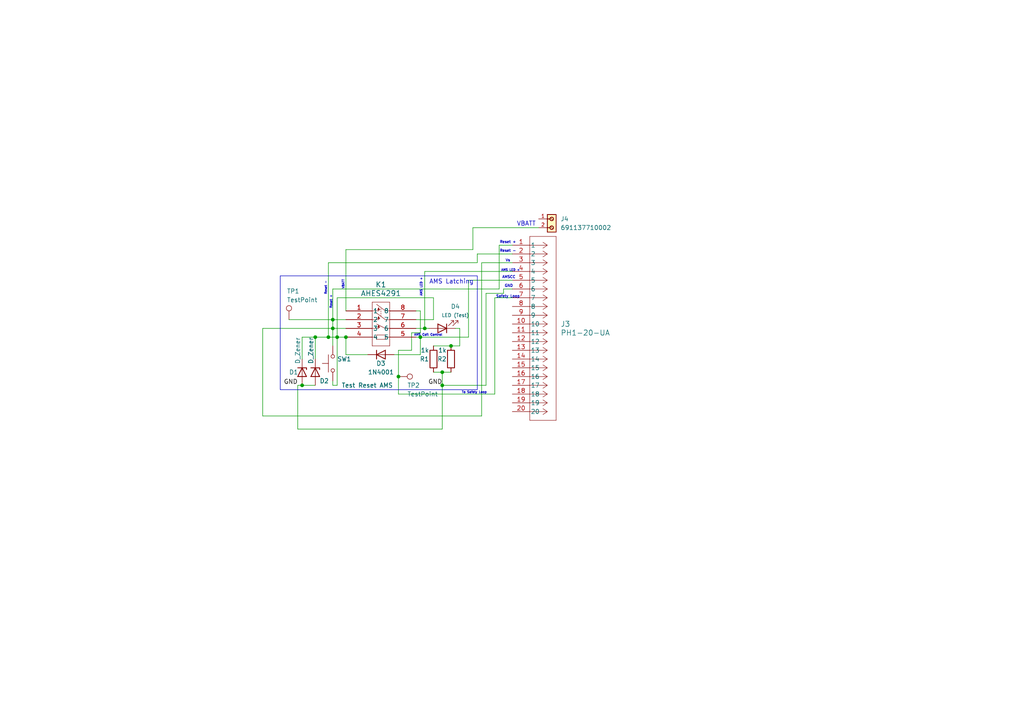
<source format=kicad_sch>
(kicad_sch (version 20231120) (generator "eeschema") (generator_version "8.0")
  (paper "A4")
  (lib_symbols
    (symbol "691137710002:691137710002" (pin_names (offset 1.016))
      (property "Reference" "J" (at -4.88 -0.922 0))
      (symbol "691137710002_0_0"
        (rectangle (start -3.81 -2.54) (end 1.27 0) (stroke (width 0.254)) (fill (type background)))
        (circle (center -2.54 -1.27) (radius 0.508) (stroke (width 0.254)))
        (circle (center 0 -1.27) (radius 0.508) (stroke (width 0.254)))
        (polyline (pts (xy -2.54 -1.778) (xy -2.54 -2.54)) (stroke (width 0.254)))
        (polyline (pts (xy -2.286 -1.016) (xy -2.794 -1.524)) (stroke (width 0.1524)))
        (polyline (pts (xy 0 -1.778) (xy 0 -2.54)) (stroke (width 0.254)))
        (polyline (pts (xy 0.254 -1.016) (xy -0.254 -1.524)) (stroke (width 0.1524)))
        (pin passive line (at -2.54 -5.08 90) (length 2.54) (name "~") (number "1"))
        (pin passive line (at 0 -5.08 90) (length 2.54) (name "~") (number "2"))
      )
    )
    (symbol "Connector:TestPoint" (pin_numbers hide) (pin_names (offset 0.762) hide)
      (property "Reference" "TP" (at 0 6.858 0))
      (property "Value" "TestPoint" (at 0 5.08 0))
      (symbol "TestPoint_0_1"
        (circle (center 0 3.302) (radius 0.762))
      )
      (symbol "TestPoint_1_1"
        (pin passive line (at 0 0 90) (length 2.54) (name "1") (number "1"))
      )
    )
    (symbol "Device:D_Zener" (pin_numbers hide) (pin_names (offset 1.016) hide)
      (property "Reference" "D" (at 0 2.54 0))
      (property "Value" "D_Zener" (at 0 -2.54 0))
      (symbol "D_Zener_0_1"
        (polyline (pts (xy 1.27 0) (xy -1.27 0)))
        (polyline (pts (xy -1.27 -1.27) (xy -1.27 1.27) (xy -0.762 1.27)) (stroke (width 0.254)))
        (polyline (pts (xy 1.27 -1.27) (xy 1.27 1.27) (xy -1.27 0) (xy 1.27 -1.27)) (stroke (width 0.254)))
      )
      (symbol "D_Zener_1_1"
        (pin passive line (at -3.81 0 0) (length 2.54) (name "K") (number "1"))
        (pin passive line (at 3.81 0 180) (length 2.54) (name "A") (number "2"))
      )
    )
    (symbol "Device:LED" (pin_numbers hide) (pin_names (offset 1.016) hide)
      (property "Reference" "D" (at 0 2.54 0))
      (property "Value" "LED" (at 0 -2.54 0))
      (symbol "LED_0_1"
        (polyline (pts (xy -1.27 -1.27) (xy -1.27 1.27)) (stroke (width 0.254)))
        (polyline (pts (xy -1.27 0) (xy 1.27 0)))
        (polyline (pts (xy 1.27 -1.27) (xy 1.27 1.27) (xy -1.27 0) (xy 1.27 -1.27)) (stroke (width 0.254)))
        (polyline (pts (xy -3.048 -0.762) (xy -4.572 -2.286) (xy -3.81 -2.286) (xy -4.572 -2.286) (xy -4.572 -1.524)))
        (polyline (pts (xy -1.778 -0.762) (xy -3.302 -2.286) (xy -2.54 -2.286) (xy -3.302 -2.286) (xy -3.302 -1.524)))
      )
      (symbol "LED_1_1"
        (pin passive line (at -3.81 0 0) (length 2.54) (name "K") (number "1"))
        (pin passive line (at 3.81 0 180) (length 2.54) (name "A") (number "2"))
      )
    )
    (symbol "Device:R" (pin_numbers hide) (pin_names (offset 0))
      (property "Reference" "R" (at 2.032 0 90))
      (property "Value" "R" (at 0 0 90))
      (symbol "R_0_1"
        (rectangle (start -1.016 -2.54) (end 1.016 2.54) (stroke (width 0.254)))
      )
      (symbol "R_1_1"
        (pin passive line (at 0 3.81 270) (length 1.27) (name "~") (number "1"))
        (pin passive line (at 0 -3.81 90) (length 1.27) (name "~") (number "2"))
      )
    )
    (symbol "Diode:1N4001" (pin_numbers hide) (pin_names hide)
      (property "Reference" "D" (at 0 2.54 0))
      (property "Value" "1N4001" (at 0 -2.54 0))
      (symbol "1N4001_0_1"
        (polyline (pts (xy -1.27 1.27) (xy -1.27 -1.27)) (stroke (width 0.254)))
        (polyline (pts (xy 1.27 0) (xy -1.27 0)))
        (polyline (pts (xy 1.27 1.27) (xy 1.27 -1.27) (xy -1.27 0) (xy 1.27 1.27)) (stroke (width 0.254)))
      )
      (symbol "1N4001_1_1"
        (pin passive line (at -3.81 0 0) (length 2.54) (name "K") (number "1"))
        (pin passive line (at 3.81 0 180) (length 2.54) (name "A") (number "2"))
      )
    )
    (symbol "PH1-20-UA:PH1-20-UA" (pin_names (offset 0.254))
      (property "Reference" "J" (at 8.89 6.35 0))
      (property "Value" "PH1-20-UA" (at 0 0 0))
      (symbol "PH1-20-UA_1_1"
        (polyline (pts (xy 5.08 -50.8) (xy 12.7 -50.8)) (stroke (width 0.127)))
        (polyline (pts (xy 5.08 2.54) (xy 5.08 -50.8)) (stroke (width 0.127)))
        (polyline (pts (xy 10.16 -48.26) (xy 5.08 -48.26)) (stroke (width 0.127)))
        (polyline (pts (xy 10.16 -48.26) (xy 8.89 -49.1067)) (stroke (width 0.127)))
        (polyline (pts (xy 10.16 -48.26) (xy 8.89 -47.4133)) (stroke (width 0.127)))
        (polyline (pts (xy 10.16 -45.72) (xy 5.08 -45.72)) (stroke (width 0.127)))
        (polyline (pts (xy 10.16 -45.72) (xy 8.89 -46.5667)) (stroke (width 0.127)))
        (polyline (pts (xy 10.16 -45.72) (xy 8.89 -44.8733)) (stroke (width 0.127)))
        (polyline (pts (xy 10.16 -43.18) (xy 5.08 -43.18)) (stroke (width 0.127)))
        (polyline (pts (xy 10.16 -43.18) (xy 8.89 -44.0267)) (stroke (width 0.127)))
        (polyline (pts (xy 10.16 -43.18) (xy 8.89 -42.3333)) (stroke (width 0.127)))
        (polyline (pts (xy 10.16 -40.64) (xy 5.08 -40.64)) (stroke (width 0.127)))
        (polyline (pts (xy 10.16 -40.64) (xy 8.89 -41.4867)) (stroke (width 0.127)))
        (polyline (pts (xy 10.16 -40.64) (xy 8.89 -39.7933)) (stroke (width 0.127)))
        (polyline (pts (xy 10.16 -38.1) (xy 5.08 -38.1)) (stroke (width 0.127)))
        (polyline (pts (xy 10.16 -38.1) (xy 8.89 -38.9467)) (stroke (width 0.127)))
        (polyline (pts (xy 10.16 -38.1) (xy 8.89 -37.2533)) (stroke (width 0.127)))
        (polyline (pts (xy 10.16 -35.56) (xy 5.08 -35.56)) (stroke (width 0.127)))
        (polyline (pts (xy 10.16 -35.56) (xy 8.89 -36.4067)) (stroke (width 0.127)))
        (polyline (pts (xy 10.16 -35.56) (xy 8.89 -34.7133)) (stroke (width 0.127)))
        (polyline (pts (xy 10.16 -33.02) (xy 5.08 -33.02)) (stroke (width 0.127)))
        (polyline (pts (xy 10.16 -33.02) (xy 8.89 -33.8667)) (stroke (width 0.127)))
        (polyline (pts (xy 10.16 -33.02) (xy 8.89 -32.1733)) (stroke (width 0.127)))
        (polyline (pts (xy 10.16 -30.48) (xy 5.08 -30.48)) (stroke (width 0.127)))
        (polyline (pts (xy 10.16 -30.48) (xy 8.89 -31.3267)) (stroke (width 0.127)))
        (polyline (pts (xy 10.16 -30.48) (xy 8.89 -29.6333)) (stroke (width 0.127)))
        (polyline (pts (xy 10.16 -27.94) (xy 5.08 -27.94)) (stroke (width 0.127)))
        (polyline (pts (xy 10.16 -27.94) (xy 8.89 -28.7867)) (stroke (width 0.127)))
        (polyline (pts (xy 10.16 -27.94) (xy 8.89 -27.0933)) (stroke (width 0.127)))
        (polyline (pts (xy 10.16 -25.4) (xy 5.08 -25.4)) (stroke (width 0.127)))
        (polyline (pts (xy 10.16 -25.4) (xy 8.89 -26.2467)) (stroke (width 0.127)))
        (polyline (pts (xy 10.16 -25.4) (xy 8.89 -24.5533)) (stroke (width 0.127)))
        (polyline (pts (xy 10.16 -22.86) (xy 5.08 -22.86)) (stroke (width 0.127)))
        (polyline (pts (xy 10.16 -22.86) (xy 8.89 -23.7067)) (stroke (width 0.127)))
        (polyline (pts (xy 10.16 -22.86) (xy 8.89 -22.0133)) (stroke (width 0.127)))
        (polyline (pts (xy 10.16 -20.32) (xy 5.08 -20.32)) (stroke (width 0.127)))
        (polyline (pts (xy 10.16 -20.32) (xy 8.89 -21.1667)) (stroke (width 0.127)))
        (polyline (pts (xy 10.16 -20.32) (xy 8.89 -19.4733)) (stroke (width 0.127)))
        (polyline (pts (xy 10.16 -17.78) (xy 5.08 -17.78)) (stroke (width 0.127)))
        (polyline (pts (xy 10.16 -17.78) (xy 8.89 -18.6267)) (stroke (width 0.127)))
        (polyline (pts (xy 10.16 -17.78) (xy 8.89 -16.9333)) (stroke (width 0.127)))
        (polyline (pts (xy 10.16 -15.24) (xy 5.08 -15.24)) (stroke (width 0.127)))
        (polyline (pts (xy 10.16 -15.24) (xy 8.89 -16.0867)) (stroke (width 0.127)))
        (polyline (pts (xy 10.16 -15.24) (xy 8.89 -14.3933)) (stroke (width 0.127)))
        (polyline (pts (xy 10.16 -12.7) (xy 5.08 -12.7)) (stroke (width 0.127)))
        (polyline (pts (xy 10.16 -12.7) (xy 8.89 -13.5467)) (stroke (width 0.127)))
        (polyline (pts (xy 10.16 -12.7) (xy 8.89 -11.8533)) (stroke (width 0.127)))
        (polyline (pts (xy 10.16 -10.16) (xy 5.08 -10.16)) (stroke (width 0.127)))
        (polyline (pts (xy 10.16 -10.16) (xy 8.89 -11.0067)) (stroke (width 0.127)))
        (polyline (pts (xy 10.16 -10.16) (xy 8.89 -9.3133)) (stroke (width 0.127)))
        (polyline (pts (xy 10.16 -7.62) (xy 5.08 -7.62)) (stroke (width 0.127)))
        (polyline (pts (xy 10.16 -7.62) (xy 8.89 -8.4667)) (stroke (width 0.127)))
        (polyline (pts (xy 10.16 -7.62) (xy 8.89 -6.7733)) (stroke (width 0.127)))
        (polyline (pts (xy 10.16 -5.08) (xy 5.08 -5.08)) (stroke (width 0.127)))
        (polyline (pts (xy 10.16 -5.08) (xy 8.89 -5.9267)) (stroke (width 0.127)))
        (polyline (pts (xy 10.16 -5.08) (xy 8.89 -4.2333)) (stroke (width 0.127)))
        (polyline (pts (xy 10.16 -2.54) (xy 5.08 -2.54)) (stroke (width 0.127)))
        (polyline (pts (xy 10.16 -2.54) (xy 8.89 -3.3867)) (stroke (width 0.127)))
        (polyline (pts (xy 10.16 -2.54) (xy 8.89 -1.6933)) (stroke (width 0.127)))
        (polyline (pts (xy 10.16 0) (xy 5.08 0)) (stroke (width 0.127)))
        (polyline (pts (xy 10.16 0) (xy 8.89 -0.8467)) (stroke (width 0.127)))
        (polyline (pts (xy 10.16 0) (xy 8.89 0.8467)) (stroke (width 0.127)))
        (polyline (pts (xy 12.7 -50.8) (xy 12.7 2.54)) (stroke (width 0.127)))
        (polyline (pts (xy 12.7 2.54) (xy 5.08 2.54)) (stroke (width 0.127)))
        (pin unspecified line (at 0 0 0) (length 5.08) (name "1") (number "1"))
        (pin unspecified line (at 0 -22.86 0) (length 5.08) (name "10") (number "10"))
        (pin unspecified line (at 0 -25.4 0) (length 5.08) (name "11") (number "11"))
        (pin unspecified line (at 0 -27.94 0) (length 5.08) (name "12") (number "12"))
        (pin unspecified line (at 0 -30.48 0) (length 5.08) (name "13") (number "13"))
        (pin unspecified line (at 0 -33.02 0) (length 5.08) (name "14") (number "14"))
        (pin unspecified line (at 0 -35.56 0) (length 5.08) (name "15") (number "15"))
        (pin unspecified line (at 0 -38.1 0) (length 5.08) (name "16") (number "16"))
        (pin unspecified line (at 0 -40.64 0) (length 5.08) (name "17") (number "17"))
        (pin unspecified line (at 0 -43.18 0) (length 5.08) (name "18") (number "18"))
        (pin unspecified line (at 0 -45.72 0) (length 5.08) (name "19") (number "19"))
        (pin unspecified line (at 0 -2.54 0) (length 5.08) (name "2") (number "2"))
        (pin unspecified line (at 0 -48.26 0) (length 5.08) (name "20") (number "20"))
        (pin unspecified line (at 0 -5.08 0) (length 5.08) (name "3") (number "3"))
        (pin unspecified line (at 0 -7.62 0) (length 5.08) (name "4") (number "4"))
        (pin unspecified line (at 0 -10.16 0) (length 5.08) (name "5") (number "5"))
        (pin unspecified line (at 0 -12.7 0) (length 5.08) (name "6") (number "6"))
        (pin unspecified line (at 0 -15.24 0) (length 5.08) (name "7") (number "7"))
        (pin unspecified line (at 0 -17.78 0) (length 5.08) (name "8") (number "8"))
        (pin unspecified line (at 0 -20.32 0) (length 5.08) (name "9") (number "9"))
      )
      (symbol "PH1-20-UA_1_2"
        (polyline (pts (xy 5.08 -50.8) (xy 12.7 -50.8)) (stroke (width 0.127)))
        (polyline (pts (xy 5.08 2.54) (xy 5.08 -50.8)) (stroke (width 0.127)))
        (polyline (pts (xy 7.62 -48.26) (xy 5.08 -48.26)) (stroke (width 0.127)))
        (polyline (pts (xy 7.62 -48.26) (xy 8.89 -49.1067)) (stroke (width 0.127)))
        (polyline (pts (xy 7.62 -48.26) (xy 8.89 -47.4133)) (stroke (width 0.127)))
        (polyline (pts (xy 7.62 -45.72) (xy 5.08 -45.72)) (stroke (width 0.127)))
        (polyline (pts (xy 7.62 -45.72) (xy 8.89 -46.5667)) (stroke (width 0.127)))
        (polyline (pts (xy 7.62 -45.72) (xy 8.89 -44.8733)) (stroke (width 0.127)))
        (polyline (pts (xy 7.62 -43.18) (xy 5.08 -43.18)) (stroke (width 0.127)))
        (polyline (pts (xy 7.62 -43.18) (xy 8.89 -44.0267)) (stroke (width 0.127)))
        (polyline (pts (xy 7.62 -43.18) (xy 8.89 -42.3333)) (stroke (width 0.127)))
        (polyline (pts (xy 7.62 -40.64) (xy 5.08 -40.64)) (stroke (width 0.127)))
        (polyline (pts (xy 7.62 -40.64) (xy 8.89 -41.4867)) (stroke (width 0.127)))
        (polyline (pts (xy 7.62 -40.64) (xy 8.89 -39.7933)) (stroke (width 0.127)))
        (polyline (pts (xy 7.62 -38.1) (xy 5.08 -38.1)) (stroke (width 0.127)))
        (polyline (pts (xy 7.62 -38.1) (xy 8.89 -38.9467)) (stroke (width 0.127)))
        (polyline (pts (xy 7.62 -38.1) (xy 8.89 -37.2533)) (stroke (width 0.127)))
        (polyline (pts (xy 7.62 -35.56) (xy 5.08 -35.56)) (stroke (width 0.127)))
        (polyline (pts (xy 7.62 -35.56) (xy 8.89 -36.4067)) (stroke (width 0.127)))
        (polyline (pts (xy 7.62 -35.56) (xy 8.89 -34.7133)) (stroke (width 0.127)))
        (polyline (pts (xy 7.62 -33.02) (xy 5.08 -33.02)) (stroke (width 0.127)))
        (polyline (pts (xy 7.62 -33.02) (xy 8.89 -33.8667)) (stroke (width 0.127)))
        (polyline (pts (xy 7.62 -33.02) (xy 8.89 -32.1733)) (stroke (width 0.127)))
        (polyline (pts (xy 7.62 -30.48) (xy 5.08 -30.48)) (stroke (width 0.127)))
        (polyline (pts (xy 7.62 -30.48) (xy 8.89 -31.3267)) (stroke (width 0.127)))
        (polyline (pts (xy 7.62 -30.48) (xy 8.89 -29.6333)) (stroke (width 0.127)))
        (polyline (pts (xy 7.62 -27.94) (xy 5.08 -27.94)) (stroke (width 0.127)))
        (polyline (pts (xy 7.62 -27.94) (xy 8.89 -28.7867)) (stroke (width 0.127)))
        (polyline (pts (xy 7.62 -27.94) (xy 8.89 -27.0933)) (stroke (width 0.127)))
        (polyline (pts (xy 7.62 -25.4) (xy 5.08 -25.4)) (stroke (width 0.127)))
        (polyline (pts (xy 7.62 -25.4) (xy 8.89 -26.2467)) (stroke (width 0.127)))
        (polyline (pts (xy 7.62 -25.4) (xy 8.89 -24.5533)) (stroke (width 0.127)))
        (polyline (pts (xy 7.62 -22.86) (xy 5.08 -22.86)) (stroke (width 0.127)))
        (polyline (pts (xy 7.62 -22.86) (xy 8.89 -23.7067)) (stroke (width 0.127)))
        (polyline (pts (xy 7.62 -22.86) (xy 8.89 -22.0133)) (stroke (width 0.127)))
        (polyline (pts (xy 7.62 -20.32) (xy 5.08 -20.32)) (stroke (width 0.127)))
        (polyline (pts (xy 7.62 -20.32) (xy 8.89 -21.1667)) (stroke (width 0.127)))
        (polyline (pts (xy 7.62 -20.32) (xy 8.89 -19.4733)) (stroke (width 0.127)))
        (polyline (pts (xy 7.62 -17.78) (xy 5.08 -17.78)) (stroke (width 0.127)))
        (polyline (pts (xy 7.62 -17.78) (xy 8.89 -18.6267)) (stroke (width 0.127)))
        (polyline (pts (xy 7.62 -17.78) (xy 8.89 -16.9333)) (stroke (width 0.127)))
        (polyline (pts (xy 7.62 -15.24) (xy 5.08 -15.24)) (stroke (width 0.127)))
        (polyline (pts (xy 7.62 -15.24) (xy 8.89 -16.0867)) (stroke (width 0.127)))
        (polyline (pts (xy 7.62 -15.24) (xy 8.89 -14.3933)) (stroke (width 0.127)))
        (polyline (pts (xy 7.62 -12.7) (xy 5.08 -12.7)) (stroke (width 0.127)))
        (polyline (pts (xy 7.62 -12.7) (xy 8.89 -13.5467)) (stroke (width 0.127)))
        (polyline (pts (xy 7.62 -12.7) (xy 8.89 -11.8533)) (stroke (width 0.127)))
        (polyline (pts (xy 7.62 -10.16) (xy 5.08 -10.16)) (stroke (width 0.127)))
        (polyline (pts (xy 7.62 -10.16) (xy 8.89 -11.0067)) (stroke (width 0.127)))
        (polyline (pts (xy 7.62 -10.16) (xy 8.89 -9.3133)) (stroke (width 0.127)))
        (polyline (pts (xy 7.62 -7.62) (xy 5.08 -7.62)) (stroke (width 0.127)))
        (polyline (pts (xy 7.62 -7.62) (xy 8.89 -8.4667)) (stroke (width 0.127)))
        (polyline (pts (xy 7.62 -7.62) (xy 8.89 -6.7733)) (stroke (width 0.127)))
        (polyline (pts (xy 7.62 -5.08) (xy 5.08 -5.08)) (stroke (width 0.127)))
        (polyline (pts (xy 7.62 -5.08) (xy 8.89 -5.9267)) (stroke (width 0.127)))
        (polyline (pts (xy 7.62 -5.08) (xy 8.89 -4.2333)) (stroke (width 0.127)))
        (polyline (pts (xy 7.62 -2.54) (xy 5.08 -2.54)) (stroke (width 0.127)))
        (polyline (pts (xy 7.62 -2.54) (xy 8.89 -3.3867)) (stroke (width 0.127)))
        (polyline (pts (xy 7.62 -2.54) (xy 8.89 -1.6933)) (stroke (width 0.127)))
        (polyline (pts (xy 7.62 0) (xy 5.08 0)) (stroke (width 0.127)))
        (polyline (pts (xy 7.62 0) (xy 8.89 -0.8467)) (stroke (width 0.127)))
        (polyline (pts (xy 7.62 0) (xy 8.89 0.8467)) (stroke (width 0.127)))
        (polyline (pts (xy 12.7 -50.8) (xy 12.7 2.54)) (stroke (width 0.127)))
        (polyline (pts (xy 12.7 2.54) (xy 5.08 2.54)) (stroke (width 0.127)))
        (pin unspecified line (at 0 0 0) (length 5.08) (name "1") (number "1"))
        (pin unspecified line (at 0 -22.86 0) (length 5.08) (name "10") (number "10"))
        (pin unspecified line (at 0 -25.4 0) (length 5.08) (name "11") (number "11"))
        (pin unspecified line (at 0 -27.94 0) (length 5.08) (name "12") (number "12"))
        (pin unspecified line (at 0 -30.48 0) (length 5.08) (name "13") (number "13"))
        (pin unspecified line (at 0 -33.02 0) (length 5.08) (name "14") (number "14"))
        (pin unspecified line (at 0 -35.56 0) (length 5.08) (name "15") (number "15"))
        (pin unspecified line (at 0 -38.1 0) (length 5.08) (name "16") (number "16"))
        (pin unspecified line (at 0 -40.64 0) (length 5.08) (name "17") (number "17"))
        (pin unspecified line (at 0 -43.18 0) (length 5.08) (name "18") (number "18"))
        (pin unspecified line (at 0 -45.72 0) (length 5.08) (name "19") (number "19"))
        (pin unspecified line (at 0 -2.54 0) (length 5.08) (name "2") (number "2"))
        (pin unspecified line (at 0 -48.26 0) (length 5.08) (name "20") (number "20"))
        (pin unspecified line (at 0 -5.08 0) (length 5.08) (name "3") (number "3"))
        (pin unspecified line (at 0 -7.62 0) (length 5.08) (name "4") (number "4"))
        (pin unspecified line (at 0 -10.16 0) (length 5.08) (name "5") (number "5"))
        (pin unspecified line (at 0 -12.7 0) (length 5.08) (name "6") (number "6"))
        (pin unspecified line (at 0 -15.24 0) (length 5.08) (name "7") (number "7"))
        (pin unspecified line (at 0 -17.78 0) (length 5.08) (name "8") (number "8"))
        (pin unspecified line (at 0 -20.32 0) (length 5.08) (name "9") (number "9"))
      )
    )
    (symbol "Relay:AHES4291" (pin_names (offset 0.254))
      (property "Reference" "K" (at 10.16 7.62 0))
      (property "Value" "AHES4291" (at 10.16 5.08 0))
      (symbol "AHES4291_0_1"
        (polyline (pts (xy 7.62 -10.16) (xy 12.7 -10.16)) (stroke (width 0.127)))
        (polyline (pts (xy 7.62 -7.62) (xy 8.89 -7.62)) (stroke (width 0.127)))
        (polyline (pts (xy 7.62 -5.08) (xy 9.525 -5.08)) (stroke (width 0.127)))
        (polyline (pts (xy 7.62 -2.54) (xy 9.525 -2.54)) (stroke (width 0.127)))
        (polyline (pts (xy 7.62 0) (xy 9.525 0)) (stroke (width 0.127)))
        (polyline (pts (xy 7.62 2.54) (xy 7.62 -10.16)) (stroke (width 0.127)))
        (polyline (pts (xy 8.89 -8.255) (xy 11.43 -8.255)) (stroke (width 0.127)))
        (polyline (pts (xy 8.89 -6.985) (xy 8.89 -8.255)) (stroke (width 0.127)))
        (polyline (pts (xy 8.89 -3.81) (xy 11.43 -5.08)) (stroke (width 0.127)))
        (polyline (pts (xy 8.89 -0.635) (xy 11.43 -2.54)) (stroke (width 0.127)))
        (polyline (pts (xy 8.89 1.905) (xy 11.43 0)) (stroke (width 0.127)))
        (polyline (pts (xy 9.525 -4.445) (xy 9.525 -5.08)) (stroke (width 0.127)))
        (polyline (pts (xy 9.525 -1.905) (xy 9.525 -2.54)) (stroke (width 0.127)))
        (polyline (pts (xy 9.525 0.635) (xy 9.525 0)) (stroke (width 0.127)))
        (polyline (pts (xy 10.16 -1.5875) (xy 10.16 -1.27)) (stroke (width 0.127)))
        (polyline (pts (xy 10.16 -0.635) (xy 10.16 -0.9525)) (stroke (width 0.127)))
        (polyline (pts (xy 10.16 -0.3175) (xy 10.16 0)) (stroke (width 0.127)))
        (polyline (pts (xy 10.16 0.635) (xy 10.16 0.3175)) (stroke (width 0.127)))
        (polyline (pts (xy 11.43 -8.255) (xy 11.43 -6.985)) (stroke (width 0.127)))
        (polyline (pts (xy 11.43 -6.985) (xy 8.89 -6.985)) (stroke (width 0.127)))
        (polyline (pts (xy 11.43 -5.08) (xy 12.7 -5.08)) (stroke (width 0.127)))
        (polyline (pts (xy 11.43 -2.54) (xy 12.7 -2.54)) (stroke (width 0.127)))
        (polyline (pts (xy 11.43 0) (xy 12.7 0)) (stroke (width 0.127)))
        (polyline (pts (xy 12.7 -10.16) (xy 12.7 2.54)) (stroke (width 0.127)))
        (polyline (pts (xy 12.7 -7.62) (xy 11.43 -7.62)) (stroke (width 0.127)))
        (polyline (pts (xy 12.7 2.54) (xy 7.62 2.54)) (stroke (width 0.127)))
        (polyline (pts (xy 9.525 -4.1275) (xy 9.2075 -4.7625) (xy 9.8425 -4.7625)) (fill (type outline)))
        (polyline (pts (xy 9.525 -1.5875) (xy 9.2075 -2.2225) (xy 9.8425 -2.2225)) (fill (type outline)))
        (polyline (pts (xy 9.525 0.9525) (xy 9.2075 0.3175) (xy 9.8425 0.3175)) (fill (type outline)))
        (pin unspecified line (at 0 0 0) (length 7.62) (name "1") (number "1"))
        (pin unspecified line (at 0 -2.54 0) (length 7.62) (name "2") (number "2"))
        (pin unspecified line (at 0 -5.08 0) (length 7.62) (name "3") (number "3"))
        (pin unspecified line (at 0 -7.62 0) (length 7.62) (name "4") (number "4"))
        (pin unspecified line (at 20.32 -7.62 180) (length 7.62) (name "5") (number "5"))
        (pin unspecified line (at 20.32 -5.08 180) (length 7.62) (name "6") (number "6"))
        (pin unspecified line (at 20.32 -2.54 180) (length 7.62) (name "7") (number "7"))
        (pin unspecified line (at 20.32 0 180) (length 7.62) (name "8") (number "8"))
      )
    )
    (symbol "Switch:SW_Push" (pin_numbers hide) (pin_names (offset 1.016) hide)
      (property "Reference" "SW" (at 1.27 2.54 0))
      (property "Value" "SW_Push" (at 0 -1.524 0))
      (symbol "SW_Push_0_1"
        (circle (center -2.032 0) (radius 0.508))
        (polyline (pts (xy 0 1.27) (xy 0 3.048)))
        (polyline (pts (xy 2.54 1.27) (xy -2.54 1.27)))
        (circle (center 2.032 0) (radius 0.508))
        (pin passive line (at -5.08 0 0) (length 2.54) (name "1") (number "1"))
        (pin passive line (at 5.08 0 180) (length 2.54) (name "2") (number "2"))
      )
    )
  )
  (junction (at 121.92 97.79))
  (junction (at 96.52 92.71))
  (junction (at 130.81 100.33))
  (junction (at 87.63 111.76))
  (junction (at 128.27 107.95))
  (junction (at 100.33 97.79))
  (junction (at 95.25 97.79))
  (junction (at 97.79 97.79))
  (junction (at 91.44 97.79))
  (junction (at 96.52 95.25))
  (junction (at 115.57 109.22))
  (junction (at 123.19 95.25))
  (junction (at 128.27 111.76))
  (wire (pts (xy 96.52 92.71) (xy 100.33 92.71)))
  (wire (pts (xy 91.44 97.79) (xy 91.44 104.14)))
  (wire (pts (xy 87.63 97.79) (xy 91.44 97.79)))
  (wire (pts (xy 137.16 72.39) (xy 137.16 66.04)))
  (wire (pts (xy 87.63 111.76) (xy 91.44 111.76)))
  (wire (pts (xy 125.73 100.33) (xy 130.81 100.33)))
  (wire (pts (xy 123.19 78.74) (xy 123.19 95.25)))
  (wire (pts (xy 97.79 97.79) (xy 100.33 97.79)))
  (wire (pts (xy 114.3 102.87) (xy 121.92 102.87)))
  (wire (pts (xy 119.38 96.52) (xy 119.38 101.6)))
  (wire (pts (xy 100.33 90.17) (xy 100.33 72.39)))
  (wire (pts (xy 138.43 76.2) (xy 138.43 73.66)))
  (wire (pts (xy 125.73 86.36) (xy 97.79 86.36)))
  (wire (pts (xy 123.19 78.74) (xy 148.59 78.74)))
  (wire (pts (xy 144.78 83.82) (xy 96.52 83.82)))
  (wire (pts (xy 76.2 120.65) (xy 139.7 120.65)))
  (wire (pts (xy 120.65 97.79) (xy 121.92 97.79)))
  (wire (pts (xy 144.78 71.12) (xy 148.59 71.12)))
  (wire (pts (xy 96.52 83.82) (xy 96.52 92.71)))
  (wire (pts (xy 97.79 97.79) (xy 95.25 97.79)))
  (wire (pts (xy 96.52 95.25) (xy 100.33 95.25)))
  (wire (pts (xy 86.36 111.76) (xy 86.36 124.46)))
  (wire (pts (xy 97.79 97.79) (xy 97.79 111.76)))
  (wire (pts (xy 83.82 92.71) (xy 96.52 92.71)))
  (wire (pts (xy 121.92 97.79) (xy 135.89 97.79)))
  (wire (pts (xy 120.65 92.71) (xy 125.73 92.71)))
  (wire (pts (xy 139.7 76.2) (xy 139.7 120.65)))
  (wire (pts (xy 96.52 92.71) (xy 96.52 95.25)))
  (wire (pts (xy 100.33 97.79) (xy 100.33 102.87)))
  (wire (pts (xy 140.97 111.76) (xy 140.97 85.09)))
  (wire (pts (xy 96.52 95.25) (xy 96.52 100.33)))
  (wire (pts (xy 95.25 76.2) (xy 95.25 97.79)))
  (wire (pts (xy 120.65 95.25) (xy 123.19 95.25)))
  (wire (pts (xy 137.16 66.04) (xy 156.21 66.04)))
  (wire (pts (xy 130.81 100.33) (xy 133.35 100.33)))
  (wire (pts (xy 121.92 90.17) (xy 121.92 96.52)))
  (wire (pts (xy 76.2 95.25) (xy 96.52 95.25)))
  (wire (pts (xy 96.52 111.76) (xy 96.52 110.49)))
  (wire (pts (xy 140.97 85.09) (xy 146.05 85.09)))
  (wire (pts (xy 121.92 97.79) (xy 121.92 102.87)))
  (wire (pts (xy 128.27 111.76) (xy 128.27 124.46)))
  (wire (pts (xy 135.89 97.79) (xy 135.89 81.28)))
  (wire (pts (xy 128.27 107.95) (xy 128.27 111.76)))
  (wire (pts (xy 115.57 109.22) (xy 115.57 114.3)))
  (wire (pts (xy 86.36 124.46) (xy 128.27 124.46)))
  (wire (pts (xy 132.08 95.25) (xy 133.35 95.25)))
  (wire (pts (xy 128.27 107.95) (xy 125.73 107.95)))
  (wire (pts (xy 120.65 90.17) (xy 121.92 90.17)))
  (wire (pts (xy 146.05 83.82) (xy 148.59 83.82)))
  (wire (pts (xy 130.81 107.95) (xy 128.27 107.95)))
  (wire (pts (xy 97.79 111.76) (xy 96.52 111.76)))
  (wire (pts (xy 143.51 86.36) (xy 148.59 86.36)))
  (wire (pts (xy 115.57 114.3) (xy 143.51 114.3)))
  (wire (pts (xy 97.79 86.36) (xy 97.79 97.79)))
  (wire (pts (xy 128.27 111.76) (xy 140.97 111.76)))
  (wire (pts (xy 76.2 95.25) (xy 76.2 120.65)))
  (wire (pts (xy 121.92 96.52) (xy 119.38 96.52)))
  (wire (pts (xy 86.36 111.76) (xy 87.63 111.76)))
  (wire (pts (xy 123.19 95.25) (xy 124.46 95.25)))
  (wire (pts (xy 146.05 85.09) (xy 146.05 83.82)))
  (wire (pts (xy 87.63 104.14) (xy 87.63 97.79)))
  (wire (pts (xy 91.44 97.79) (xy 95.25 97.79)))
  (wire (pts (xy 100.33 72.39) (xy 137.16 72.39)))
  (wire (pts (xy 125.73 92.71) (xy 125.73 86.36)))
  (wire (pts (xy 135.89 81.28) (xy 148.59 81.28)))
  (wire (pts (xy 138.43 73.66) (xy 148.59 73.66)))
  (wire (pts (xy 100.33 102.87) (xy 106.68 102.87)))
  (wire (pts (xy 139.7 76.2) (xy 148.59 76.2)))
  (wire (pts (xy 143.51 114.3) (xy 143.51 86.36)))
  (wire (pts (xy 144.78 83.82) (xy 144.78 71.12)))
  (wire (pts (xy 115.57 101.6) (xy 115.57 109.22)))
  (wire (pts (xy 95.25 76.2) (xy 138.43 76.2)))
  (wire (pts (xy 119.38 101.6) (xy 115.57 101.6)))
  (wire (pts (xy 133.35 95.25) (xy 133.35 100.33)))
  (rectangle (start 81.28 80.01) (end 138.43 113.03))
  (text "VBATT" (at 152.654 65.024 0) (effects (font (size 1.27 1.27))))
  (text "VBATT" (at 99.568 82.55 90) (effects (font (size 0.635 0.635))))
  (text "AMS LED +" (at 148.082 78.486 0) (effects (font (size 0.635 0.635))))
  (text "To Safety Loop" (at 133.858 114.3 0) (effects (font (size 0.635 0.635)) (justify left bottom)))
  (text "Reset -" (at 147.32 72.898 0) (effects (font (size 0.762 0.762))))
  (text "Reset +" (at 147.32 70.358 0) (effects (font (size 0.762 0.762))))
  (text "AMS LED +" (at 122.174 83.312 90) (effects (font (size 0.635 0.635))))
  (text "Safety Loop" (at 147.32 86.106 0) (effects (font (size 0.762 0.762))))
  (text "Reset +" (at 96.012 87.63 90) (effects (font (size 0.635 0.635))))
  (text "Reset -" (at 94.488 83.566 90) (effects (font (size 0.635 0.635))))
  (text "GND" (at 147.574 83.058 0) (effects (font (size 0.762 0.762))))
  (text "Vs" (at 147.32 75.692 0) (effects (font (size 0.762 0.762))))
  (text "AMS Coil Control" (at 124.206 97.282 0) (effects (font (size 0.635 0.635))))
  (text "AMSCC" (at 147.574 80.518 0) (effects (font (size 0.762 0.762))))
  (text "AMS Latching" (at 124.46 82.55 0) (effects (font (size 1.27 1.27)) (justify left bottom)))
  (label "GND" (at 86.36 111.76 180))
  (label "GND" (at 128.27 111.76 180))
  (symbol (lib_id "Device:LED") (at 128.27 95.25 180) (unit 1)
    (property "Reference" "D4" (at 132.08 88.9 0))
    (property "Value" "LED (Test)" (at 132.08 91.44 0) (effects (font (size 1 1))))
    (property "Footprint" "AP3216SYD:LED_AP3216SYD_KNB-L" (effects (hide yes)))
  )
  (symbol (lib_id "Diode:1N4001") (at 110.49 102.87 0) (unit 1)
    (property "Reference" "D3" (at 110.49 105.41 0))
    (property "Value" "1N4001" (at 110.49 107.95 0))
    (property "Footprint" "Diode_THT:D_DO-41_SOD81_P10.16mm_Horizontal" (effects (hide yes)))
    (property "Datasheet" "http://www.vishay.com/docs/88503/1n4001.pdf" (effects (hide yes)))
    (property "Sim.Device" "D" (effects (hide yes)))
    (property "Sim.Pins" "1=K 2=A" (effects (hide yes)))
  )
  (symbol (lib_id "691137710002:691137710002") (at 161.29 66.04 270) (unit 1)
    (property "Reference" "J4" (at 162.56 63.4999 90) (effects (justify left)))
    (property "Value" "691137710002" (at 162.56 66.0399 90) (effects (justify left)))
    (property "Footprint" "691137710002:691137710002" (effects (hide yes)))
    (property "WIRE" "12 to 30 (AWG) 3.31 to 0.05 (mm²)" (effects (hide yes)))
    (property "MOUNT" "THT" (effects (hide yes)))
    (property "IR-VDE" "24A" (effects (hide yes)))
    (property "IR-UL" "16A" (effects (hide yes)))
    (property "VALUE" "691137710002" (effects (hide yes)))
    (property "WORKING-VOLTAGE-UL" "300V(AC)" (effects (hide yes)))
    (property "PART-NUMBER" "691137710002" (effects (hide yes)))
    (property "DATASHEET-URL" "https://www.we-online.com/catalog/datasheet/691137710002.pdf" (effects (hide yes)))
    (property "PITCH" "5mm" (effects (hide yes)))
    (property "PINS" "2" (effects (hide yes)))
    (property "WORKING-VOLTAGE-VDE" "250V(AC)" (effects (hide yes)))
    (property "TYPE" "Horizontal" (effects (hide yes)))
  )
  (symbol (lib_id "Connector:TestPoint") (at 115.57 109.22 270) (unit 1)
    (property "Reference" "TP2" (at 118.11 111.76 90) (effects (justify left)))
    (property "Value" "TestPoint" (at 118.11 114.3 90) (effects (justify left)))
    (property "Footprint" "TestPoint:TestPoint_Loop_D2.60mm_Drill1.6mm_Beaded" (effects (hide yes)))
  )
  (symbol (lib_id "Device:R") (at 130.81 104.14 180) (unit 1)
    (property "Reference" "R2" (at 129.54 104.14 0) (effects (justify left)))
    (property "Value" "1k" (at 129.54 101.6 0) (effects (justify left)))
    (property "Footprint" "CF14JT10K0:STA_CF14_STP" (effects (hide yes)))
  )
  (symbol (lib_id "Switch:SW_Push") (at 96.52 105.41 90) (unit 1)
    (property "Reference" "SW1" (at 97.79 104.14 90) (effects (justify right)))
    (property "Value" "Test Reset AMS" (at 99.06 111.76 90) (effects (justify right)))
    (property "Footprint" "1825910-6:SW4_1825910-B_TEC" (effects (hide yes)))
  )
  (symbol (lib_id "Relay:AHES4291") (at 100.33 90.17 0) (unit 1)
    (property "Reference" "K1" (at 110.49 82.55 0) (effects (font (size 1.524 1.524))))
    (property "Value" "AHES4291" (at 110.49 85.09 0) (effects (font (size 1.524 1.524))))
    (property "Footprint" "AHES4291:AHES4_PAN" (effects (hide yes)))
    (property "Datasheet" "AHES4291" (effects (hide yes)))
  )
  (symbol (lib_id "PH1-20-UA:PH1-20-UA") (at 148.59 71.12 0) (unit 1)
    (property "Reference" "J3" (at 162.56 93.9799 0) (effects (font (size 1.524 1.524)) (justify left)))
    (property "Value" "PH1-20-UA" (at 162.56 96.5199 0) (effects (font (size 1.524 1.524)) (justify left)))
    (property "Footprint" "PH1-20-UA:CONN_PH1-20-UA_ADM" (effects (hide yes)))
    (property "Datasheet" "PH1-20-UA" (effects (hide yes)))
  )
  (symbol (lib_id "Device:R") (at 125.73 104.14 180) (unit 1)
    (property "Reference" "R1" (at 124.46 104.14 0) (effects (justify left)))
    (property "Value" "1k" (at 124.46 101.6 0) (effects (justify left)))
    (property "Footprint" "CF14JT10K0:STA_CF14_STP" (effects (hide yes)))
  )
  (symbol (lib_id "Device:D_Zener") (at 87.63 107.95 270) (unit 1)
    (property "Reference" "D1" (at 83.82 107.95 90) (effects (justify left)))
    (property "Value" "D_Zener" (at 86.36 97.79 0) (effects (justify left)))
    (property "Footprint" "RMCF0603FT1K00:RESC1508X55N" (effects (hide yes)))
  )
  (symbol (lib_id "Connector:TestPoint") (at 83.82 92.71 0) (unit 1)
    (property "Reference" "TP1" (at 83.185 84.455 0) (effects (justify left)))
    (property "Value" "TestPoint" (at 83.185 86.995 0) (effects (justify left)))
    (property "Footprint" "TestPoint:TestPoint_Loop_D2.60mm_Drill1.6mm_Beaded" (effects (hide yes)))
  )
  (symbol (lib_id "Device:D_Zener") (at 91.44 107.95 270) (unit 1)
    (property "Reference" "D2" (at 92.71 110.49 90) (effects (justify left)))
    (property "Value" "D_Zener" (at 90.17 97.79 0) (effects (justify left)))
    (property "Footprint" "RMCF0603FT1K00:RESC1508X55N" (effects (hide yes)))
  )
)
</source>
